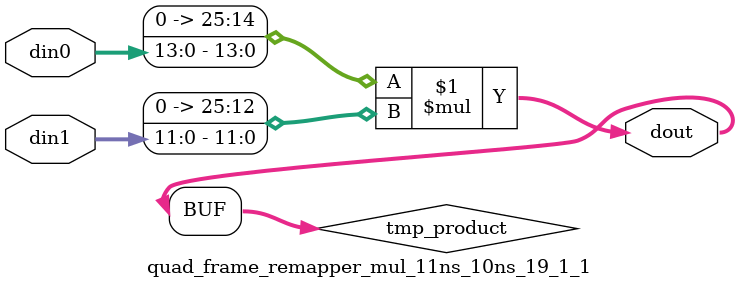
<source format=v>

`timescale 1 ns / 1 ps

 module quad_frame_remapper_mul_11ns_10ns_19_1_1(din0, din1, dout);
parameter ID = 1;
parameter NUM_STAGE = 0;
parameter din0_WIDTH = 14;
parameter din1_WIDTH = 12;
parameter dout_WIDTH = 26;

input [din0_WIDTH - 1 : 0] din0; 
input [din1_WIDTH - 1 : 0] din1; 
output [dout_WIDTH - 1 : 0] dout;

wire signed [dout_WIDTH - 1 : 0] tmp_product;
























assign tmp_product = $signed({1'b0, din0}) * $signed({1'b0, din1});











assign dout = tmp_product;





















endmodule

</source>
